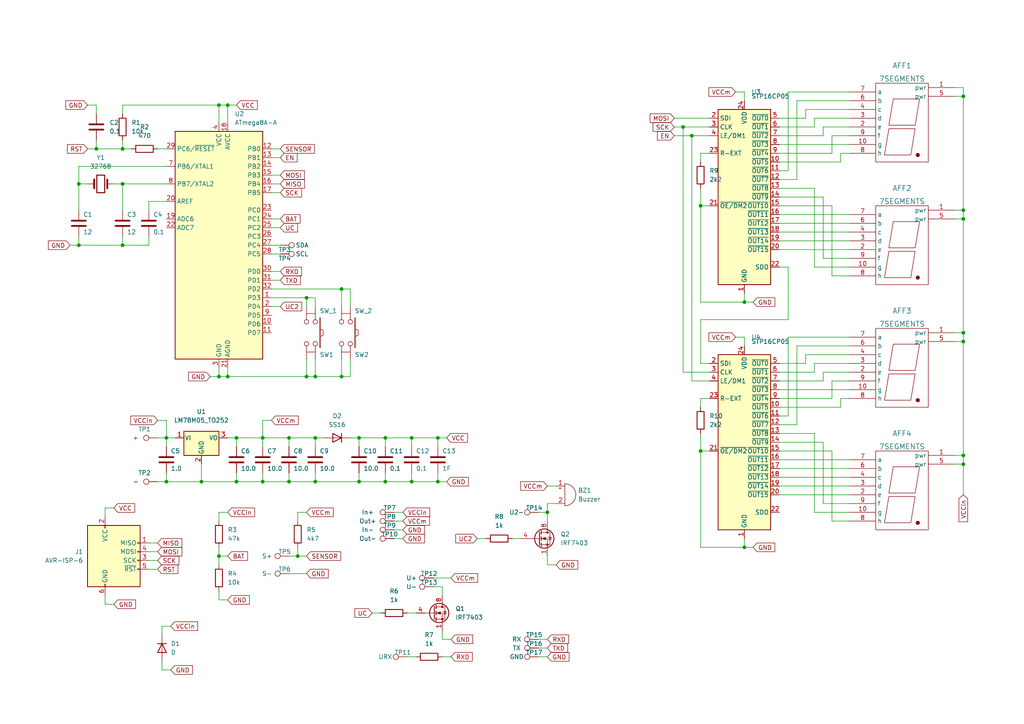
<source format=kicad_sch>
(kicad_sch (version 20211123) (generator eeschema)
  (paper "A4")
  (lib_symbols
    (symbol "Connector:AVR-ISP-6" (pin_names (offset 1.016))
      (property "Reference" "J" (at -6.35 11.43 0))
      (property "Value" "AVR-ISP-6" (at 0 11.43 0))
      (symbol "AVR-ISP-6_0_1"
        (rectangle (start -2.667 -6.858) (end -2.413 -7.62))
        (rectangle (start -2.667 10.16) (end -2.413 9.398))
        (rectangle (start 7.62 -2.413) (end 6.858 -2.667))
        (rectangle (start 7.62 0.127) (end 6.858 -0.127))
        (rectangle (start 7.62 2.667) (end 6.858 2.413))
        (rectangle (start 7.62 5.207) (end 6.858 4.953))
        (rectangle (start 7.62 10.16) (end -7.62 -7.62) (stroke (width 0.254)) (fill (type background)))
      )
      (symbol "AVR-ISP-6_1_1"
        (pin passive line (at 10.16 5.08 180) (length 2.54) (name "MISO") (number "1"))
        (pin passive line (at -2.54 12.7 270) (length 2.54) (name "VCC") (number "2"))
        (pin passive line (at 10.16 0 180) (length 2.54) (name "SCK") (number "3"))
        (pin passive line (at 10.16 2.54 180) (length 2.54) (name "MOSI") (number "4"))
        (pin passive line (at 10.16 -2.54 180) (length 2.54) (name "~{RST}") (number "5"))
        (pin passive line (at -2.54 -10.16 90) (length 2.54) (name "GND") (number "6"))
      )
    )
    (symbol "Connector:TestPoint" (pin_numbers hide) (pin_names (offset 0.762) hide)
      (property "Reference" "TP" (at 0 6.858 0))
      (property "Value" "TestPoint" (at 0 5.08 0))
      (symbol "TestPoint_0_1"
        (circle (center 0 3.302) (radius 0.762))
      )
      (symbol "TestPoint_1_1"
        (pin passive line (at 0 0 90) (length 2.54) (name "1") (number "1"))
      )
    )
    (symbol "Device:Buzzer" (pin_names (offset 0.0254) hide)
      (property "Reference" "BZ" (at 3.81 1.27 0))
      (property "Value" "Buzzer" (at 3.81 -1.27 0))
      (symbol "Buzzer_0_1"
        (arc (start 0 -3.175) (mid 3.175 0) (end 0 3.175))
        (polyline (pts (xy -1.651 1.905) (xy -1.143 1.905)))
        (polyline (pts (xy -1.397 2.159) (xy -1.397 1.651)))
        (polyline (pts (xy 0 3.175) (xy 0 -3.175)))
      )
      (symbol "Buzzer_1_1"
        (pin passive line (at -2.54 2.54 0) (length 2.54) (name "-") (number "1"))
        (pin passive line (at -2.54 -2.54 0) (length 2.54) (name "+") (number "2"))
      )
    )
    (symbol "Device:C" (pin_numbers hide) (pin_names (offset 0.254))
      (property "Reference" "C" (at 0.635 2.54 0))
      (property "Value" "C" (at 0.635 -2.54 0))
      (symbol "C_0_1"
        (polyline (pts (xy -2.032 -0.762) (xy 2.032 -0.762)) (stroke (width 0.508)))
        (polyline (pts (xy -2.032 0.762) (xy 2.032 0.762)) (stroke (width 0.508)))
      )
      (symbol "C_1_1"
        (pin passive line (at 0 3.81 270) (length 2.794) (name "~") (number "1"))
        (pin passive line (at 0 -3.81 90) (length 2.794) (name "~") (number "2"))
      )
    )
    (symbol "Device:Crystal" (pin_numbers hide) (pin_names (offset 1.016) hide)
      (property "Reference" "Y" (at 0 3.81 0))
      (property "Value" "Crystal" (at 0 -3.81 0))
      (symbol "Crystal_0_1"
        (rectangle (start -1.143 2.54) (end 1.143 -2.54) (stroke (width 0.3048)))
        (polyline (pts (xy -2.54 0) (xy -1.905 0)))
        (polyline (pts (xy -1.905 -1.27) (xy -1.905 1.27)) (stroke (width 0.508)))
        (polyline (pts (xy 1.905 -1.27) (xy 1.905 1.27)) (stroke (width 0.508)))
        (polyline (pts (xy 2.54 0) (xy 1.905 0)))
      )
      (symbol "Crystal_1_1"
        (pin passive line (at -3.81 0 0) (length 1.27) (name "1") (number "1"))
        (pin passive line (at 3.81 0 180) (length 1.27) (name "2") (number "2"))
      )
    )
    (symbol "Device:D" (pin_numbers hide) (pin_names (offset 1.016) hide)
      (property "Reference" "D" (at 0 2.54 0))
      (property "Value" "D" (at 0 -2.54 0))
      (symbol "D_0_1"
        (polyline (pts (xy -1.27 1.27) (xy -1.27 -1.27)) (stroke (width 0.254)))
        (polyline (pts (xy 1.27 0) (xy -1.27 0)))
        (polyline (pts (xy 1.27 1.27) (xy 1.27 -1.27) (xy -1.27 0) (xy 1.27 1.27)) (stroke (width 0.254)))
      )
      (symbol "D_1_1"
        (pin passive line (at -3.81 0 0) (length 2.54) (name "K") (number "1"))
        (pin passive line (at 3.81 0 180) (length 2.54) (name "A") (number "2"))
      )
    )
    (symbol "Device:R" (pin_numbers hide) (pin_names (offset 0))
      (property "Reference" "R" (at 2.032 0 90))
      (property "Value" "R" (at 0 0 90))
      (symbol "R_0_1"
        (rectangle (start -1.016 -2.54) (end 1.016 2.54) (stroke (width 0.254)))
      )
      (symbol "R_1_1"
        (pin passive line (at 0 3.81 270) (length 1.27) (name "~") (number "1"))
        (pin passive line (at 0 -3.81 90) (length 1.27) (name "~") (number "2"))
      )
    )
    (symbol "Driver_LED:STP16CP05"
      (property "Reference" "U" (at -7.62 26.67 0))
      (property "Value" "STP16CP05" (at 1.27 26.67 0))
      (symbol "STP16CP05_0_1"
        (rectangle (start -7.62 25.4) (end 7.62 -25.4) (stroke (width 0.254)) (fill (type background)))
      )
      (symbol "STP16CP05_1_1"
        (pin power_in line (at 0 -27.94 90) (length 2.54) (name "GND") (number "1"))
        (pin output line (at 10.16 10.16 180) (length 2.54) (name "~{OUT5}") (number "10"))
        (pin output line (at 10.16 7.62 180) (length 2.54) (name "~{OUT6}") (number "11"))
        (pin output line (at 10.16 5.08 180) (length 2.54) (name "~{OUT7}") (number "12"))
        (pin output line (at 10.16 2.54 180) (length 2.54) (name "~{OUT8}") (number "13"))
        (pin output line (at 10.16 0 180) (length 2.54) (name "~{OUT9}") (number "14"))
        (pin output line (at 10.16 -2.54 180) (length 2.54) (name "~{OUT10}") (number "15"))
        (pin output line (at 10.16 -5.08 180) (length 2.54) (name "~{OUT11}") (number "16"))
        (pin output line (at 10.16 -7.62 180) (length 2.54) (name "~{OUT12}") (number "17"))
        (pin output line (at 10.16 -10.16 180) (length 2.54) (name "~{OUT13}") (number "18"))
        (pin output line (at 10.16 -12.7 180) (length 2.54) (name "~{OUT14}") (number "19"))
        (pin input line (at -10.16 22.86 0) (length 2.54) (name "SDI") (number "2"))
        (pin output line (at 10.16 -15.24 180) (length 2.54) (name "~{OUT15}") (number "20"))
        (pin input line (at -10.16 -2.54 0) (length 2.54) (name "~{OE/DM2}") (number "21"))
        (pin output line (at 10.16 -20.32 180) (length 2.54) (name "SDO") (number "22"))
        (pin passive line (at -10.16 12.7 0) (length 2.54) (name "R-EXT") (number "23"))
        (pin power_in line (at 0 27.94 270) (length 2.54) (name "VDD") (number "24"))
        (pin input line (at -10.16 20.32 0) (length 2.54) (name "CLK") (number "3"))
        (pin input line (at -10.16 17.78 0) (length 2.54) (name "LE/DM1") (number "4"))
        (pin output line (at 10.16 22.86 180) (length 2.54) (name "~{OUT0}") (number "5"))
        (pin output line (at 10.16 20.32 180) (length 2.54) (name "~{OUT1}") (number "6"))
        (pin output line (at 10.16 17.78 180) (length 2.54) (name "~{OUT2}") (number "7"))
        (pin output line (at 10.16 15.24 180) (length 2.54) (name "~{OUT3}") (number "8"))
        (pin output line (at 10.16 12.7 180) (length 2.54) (name "~{OUT4}") (number "9"))
      )
    )
    (symbol "MCU_Microchip_ATmega:ATmega8A-A"
      (property "Reference" "U" (at -12.7 34.29 0))
      (property "Value" "ATmega8A-A" (at 5.08 -34.29 0))
      (symbol "ATmega8A-A_0_1"
        (rectangle (start -12.7 -33.02) (end 12.7 33.02) (stroke (width 0.254)) (fill (type background)))
      )
      (symbol "ATmega8A-A_1_1"
        (pin bidirectional line (at 15.24 -15.24 180) (length 2.54) (name "PD3") (number "1"))
        (pin bidirectional line (at 15.24 -22.86 180) (length 2.54) (name "PD6") (number "10"))
        (pin bidirectional line (at 15.24 -25.4 180) (length 2.54) (name "PD7") (number "11"))
        (pin bidirectional line (at 15.24 27.94 180) (length 2.54) (name "PB0") (number "12"))
        (pin bidirectional line (at 15.24 25.4 180) (length 2.54) (name "PB1") (number "13"))
        (pin bidirectional line (at 15.24 22.86 180) (length 2.54) (name "PB2") (number "14"))
        (pin bidirectional line (at 15.24 20.32 180) (length 2.54) (name "PB3") (number "15"))
        (pin bidirectional line (at 15.24 17.78 180) (length 2.54) (name "PB4") (number "16"))
        (pin bidirectional line (at 15.24 15.24 180) (length 2.54) (name "PB5") (number "17"))
        (pin power_in line (at 2.54 35.56 270) (length 2.54) (name "AVCC") (number "18"))
        (pin input line (at -15.24 7.62 0) (length 2.54) (name "ADC6") (number "19"))
        (pin bidirectional line (at 15.24 -17.78 180) (length 2.54) (name "PD4") (number "2"))
        (pin passive line (at -15.24 12.7 0) (length 2.54) (name "AREF") (number "20"))
        (pin power_in line (at 2.54 -35.56 90) (length 2.54) (name "AGND") (number "21"))
        (pin input line (at -15.24 5.08 0) (length 2.54) (name "ADC7") (number "22"))
        (pin bidirectional line (at 15.24 10.16 180) (length 2.54) (name "PC0") (number "23"))
        (pin bidirectional line (at 15.24 7.62 180) (length 2.54) (name "PC1") (number "24"))
        (pin bidirectional line (at 15.24 5.08 180) (length 2.54) (name "PC2") (number "25"))
        (pin bidirectional line (at 15.24 2.54 180) (length 2.54) (name "PC3") (number "26"))
        (pin bidirectional line (at 15.24 0 180) (length 2.54) (name "PC4") (number "27"))
        (pin bidirectional line (at 15.24 -2.54 180) (length 2.54) (name "PC5") (number "28"))
        (pin bidirectional line (at -15.24 27.94 0) (length 2.54) (name "PC6/~{RESET}") (number "29"))
        (pin power_in line (at 0 -35.56 90) (length 2.54) (name "GND") (number "3"))
        (pin bidirectional line (at 15.24 -7.62 180) (length 2.54) (name "PD0") (number "30"))
        (pin bidirectional line (at 15.24 -10.16 180) (length 2.54) (name "PD1") (number "31"))
        (pin bidirectional line (at 15.24 -12.7 180) (length 2.54) (name "PD2") (number "32"))
        (pin power_in line (at 0 35.56 270) (length 2.54) (name "VCC") (number "4"))
        (pin passive line (at 0 -35.56 90) (length 2.54) hide (name "GND") (number "5"))
        (pin passive line (at 0 35.56 270) (length 2.54) hide (name "VCC") (number "6"))
        (pin bidirectional line (at -15.24 22.86 0) (length 2.54) (name "PB6/XTAL1") (number "7"))
        (pin bidirectional line (at -15.24 17.78 0) (length 2.54) (name "PB7/XTAL2") (number "8"))
        (pin bidirectional line (at 15.24 -20.32 180) (length 2.54) (name "PD5") (number "9"))
      )
    )
    (symbol "Regulator_Linear:LM78M05_TO252" (pin_names (offset 0.254))
      (property "Reference" "U" (at -3.81 3.175 0))
      (property "Value" "LM78M05_TO252" (at 0 3.175 0))
      (symbol "LM78M05_TO252_0_1"
        (rectangle (start -5.08 1.905) (end 5.08 -5.08) (stroke (width 0.254)) (fill (type background)))
      )
      (symbol "LM78M05_TO252_1_1"
        (pin power_in line (at -7.62 0 0) (length 2.54) (name "VI") (number "1"))
        (pin power_in line (at 0 -7.62 90) (length 2.54) (name "GND") (number "2"))
        (pin power_out line (at 7.62 0 180) (length 2.54) (name "VO") (number "3"))
      )
    )
    (symbol "Transistor_FET:IRF7403" (pin_names hide)
      (property "Reference" "Q" (at 5.08 2.54 0))
      (property "Value" "IRF7403" (at 5.08 0 0))
      (symbol "IRF7403_0_1"
        (polyline (pts (xy 0.254 0) (xy -2.54 0)))
        (polyline (pts (xy 0.254 1.905) (xy 0.254 -1.905)) (stroke (width 0.254)))
        (polyline (pts (xy 0.762 -1.27) (xy 0.762 -2.286)) (stroke (width 0.254)))
        (polyline (pts (xy 0.762 0.508) (xy 0.762 -0.508)) (stroke (width 0.254)))
        (polyline (pts (xy 0.762 2.286) (xy 0.762 1.27)) (stroke (width 0.254)))
        (polyline (pts (xy 2.54 2.54) (xy 2.54 1.778)))
        (polyline (pts (xy 2.54 -2.54) (xy 2.54 0) (xy 0.762 0)))
        (polyline (pts (xy 0.762 -1.778) (xy 3.302 -1.778) (xy 3.302 1.778) (xy 0.762 1.778)))
        (polyline (pts (xy 1.016 0) (xy 2.032 0.381) (xy 2.032 -0.381) (xy 1.016 0)) (fill (type outline)))
        (polyline (pts (xy 2.794 0.508) (xy 2.921 0.381) (xy 3.683 0.381) (xy 3.81 0.254)))
        (polyline (pts (xy 3.302 0.381) (xy 2.921 -0.254) (xy 3.683 -0.254) (xy 3.302 0.381)))
        (circle (center 1.651 0) (radius 2.794) (stroke (width 0.254)))
        (circle (center 2.54 -1.778) (radius 0.254) (fill (type outline)))
        (circle (center 2.54 1.778) (radius 0.254) (fill (type outline)))
      )
      (symbol "IRF7403_1_1"
        (pin passive line (at 2.54 -5.08 90) (length 2.54) (name "S") (number "1"))
        (pin passive line (at 2.54 -5.08 90) (length 2.54) hide (name "S") (number "2"))
        (pin passive line (at 2.54 -5.08 90) (length 2.54) hide (name "S") (number "3"))
        (pin input line (at -5.08 0 0) (length 2.54) (name "G") (number "4"))
        (pin passive line (at 2.54 5.08 270) (length 2.54) hide (name "D") (number "5"))
        (pin passive line (at 2.54 5.08 270) (length 2.54) hide (name "D") (number "6"))
        (pin passive line (at 2.54 5.08 270) (length 2.54) hide (name "D") (number "7"))
        (pin passive line (at 2.54 5.08 270) (length 2.54) (name "D") (number "8"))
      )
    )
    (symbol "button:SW_PUSH_1" (pin_numbers hide) (pin_names (offset 1.016) hide)
      (property "Reference" "SW" (at 3.81 2.794 0))
      (property "Value" "SW_PUSH_1" (at 0 -4.572 0))
      (symbol "SW_PUSH_1_0_1"
        (rectangle (start -5.588 0) (end -5.588 -2.54))
        (rectangle (start -4.318 1.27) (end 4.318 1.524))
        (polyline (pts (xy -1.016 1.524) (xy -0.762 2.286) (xy 0.762 2.286) (xy 1.016 1.524)))
        (rectangle (start 5.588 0) (end 5.588 -2.54))
        (pin passive inverted (at -7.62 0 0) (length 5.08) (name "1") (number "1"))
        (pin passive inverted (at -7.62 -2.54 0) (length 5.08) (name "2") (number "2"))
        (pin passive inverted (at 7.62 0 180) (length 5.08) (name "3") (number "3"))
        (pin passive inverted (at 7.62 -2.54 180) (length 5.08) (name "4") (number "4"))
      )
    )
    (symbol "display:7SEGMENTS"
      (property "Reference" "AFF" (at 0 13.97 0))
      (property "Value" "7SEGMENTS" (at 0 -11.43 0))
      (symbol "7SEGMENTS_0_1"
        (rectangle (start -7.62 12.7) (end 7.62 -10.16))
        (polyline (pts (xy -3.81 -0.508) (xy 3.81 -0.508) (xy 2.54 -8.128) (xy -5.08 -8.128) (xy -3.81 -0.508) (xy -3.81 -0.508)))
        (polyline (pts (xy -2.54 8.128) (xy 5.08 8.128) (xy 3.81 0.508) (xy -3.81 0.508) (xy -2.54 8.128) (xy -2.54 8.128)))
        (circle (center 4.572 -8.128) (radius 0.508) (fill (type outline)))
      )
      (symbol "7SEGMENTS_1_1"
        (pin input line (at 15.24 11.43 180) (length 7.62) (name "pwr") (number "1"))
        (pin input line (at -15.24 -5.08 0) (length 7.62) (name "g") (number "10"))
        (pin input line (at -15.24 0 0) (length 7.62) (name "e") (number "2"))
        (pin input line (at -15.24 2.54 0) (length 7.62) (name "d") (number "3"))
        (pin input line (at -15.24 5.08 0) (length 7.62) (name "c") (number "4"))
        (pin input line (at 15.24 8.89 180) (length 7.62) (name "pwr") (number "5"))
        (pin input line (at -15.24 7.62 0) (length 7.62) (name "b") (number "6"))
        (pin input line (at -15.24 10.16 0) (length 7.62) (name "a") (number "7"))
        (pin input line (at -15.24 -7.62 0) (length 7.62) (name "h") (number "8"))
        (pin input line (at -15.24 -2.54 0) (length 7.62) (name "f") (number "9"))
      )
    )
  )
  (junction (at 68.58 127))
  (junction (at 99.06 109.22))
  (junction (at 279.4 60.96))
  (junction (at 68.58 139.7))
  (junction (at 279.4 27.94))
  (junction (at 63.5 109.22))
  (junction (at 63.5 161.29))
  (junction (at 279.4 132.08))
  (junction (at 127 127))
  (junction (at 99.06 83.82))
  (junction (at 200.66 39.37))
  (junction (at 58.42 139.7))
  (junction (at 76.2 127))
  (junction (at 86.36 161.29))
  (junction (at 203.2 59.69))
  (junction (at 198.12 36.83))
  (junction (at 111.76 127))
  (junction (at 88.9 109.22))
  (junction (at 66.04 30.48))
  (junction (at 27.94 43.18))
  (junction (at 35.56 71.12))
  (junction (at 88.9 86.36))
  (junction (at 91.44 109.22))
  (junction (at 127 139.7))
  (junction (at 215.9 158.75))
  (junction (at 66.04 109.22))
  (junction (at 63.5 30.48))
  (junction (at 91.44 127))
  (junction (at 279.4 134.62))
  (junction (at 104.14 127))
  (junction (at 48.26 139.7))
  (junction (at 35.56 43.18))
  (junction (at 22.86 53.34))
  (junction (at 91.44 139.7))
  (junction (at 104.14 139.7))
  (junction (at 215.9 87.63))
  (junction (at 119.38 127))
  (junction (at 203.2 130.81))
  (junction (at 279.4 63.5))
  (junction (at 83.82 127))
  (junction (at 76.2 139.7))
  (junction (at 119.38 139.7))
  (junction (at 158.75 148.59))
  (junction (at 35.56 53.34))
  (junction (at 279.4 96.52))
  (junction (at 279.4 99.06))
  (junction (at 83.82 139.7))
  (junction (at 48.26 127))
  (junction (at 22.86 71.12))
  (junction (at 111.76 139.7))
  (wire (pts (xy 279.4 63.5) (xy 279.4 96.52)))
  (wire (pts (xy 107.95 177.8) (xy 110.49 177.8)))
  (wire (pts (xy 236.22 36.83) (xy 236.22 34.29)))
  (wire (pts (xy 35.56 40.64) (xy 35.56 43.18)))
  (wire (pts (xy 226.06 57.15) (xy 238.76 57.15)))
  (wire (pts (xy 156.21 190.5) (xy 158.75 190.5)))
  (wire (pts (xy 226.06 62.23) (xy 246.38 62.23)))
  (wire (pts (xy 27.94 30.48) (xy 25.4 30.48)))
  (wire (pts (xy 48.26 48.26) (xy 22.86 48.26)))
  (wire (pts (xy 158.75 148.59) (xy 156.21 148.59)))
  (wire (pts (xy 276.86 134.62) (xy 279.4 134.62)))
  (wire (pts (xy 276.86 99.06) (xy 279.4 99.06)))
  (wire (pts (xy 101.6 104.14) (xy 101.6 109.22)))
  (wire (pts (xy 226.06 52.07) (xy 231.14 52.07)))
  (wire (pts (xy 203.2 130.81) (xy 203.2 158.75)))
  (wire (pts (xy 35.56 30.48) (xy 63.5 30.48)))
  (wire (pts (xy 114.3 148.59) (xy 116.84 148.59)))
  (wire (pts (xy 127 127) (xy 127 129.54)))
  (wire (pts (xy 91.44 127) (xy 91.44 129.54)))
  (wire (pts (xy 30.48 172.72) (xy 30.48 175.26)))
  (wire (pts (xy 243.84 46.99) (xy 243.84 44.45)))
  (wire (pts (xy 246.38 148.59) (xy 236.22 148.59)))
  (wire (pts (xy 78.74 73.66) (xy 81.28 73.66)))
  (wire (pts (xy 236.22 54.61) (xy 236.22 77.47)))
  (wire (pts (xy 111.76 127) (xy 119.38 127)))
  (wire (pts (xy 76.2 121.92) (xy 76.2 127)))
  (wire (pts (xy 276.86 60.96) (xy 279.4 60.96)))
  (wire (pts (xy 83.82 127) (xy 83.82 129.54)))
  (wire (pts (xy 231.14 123.19) (xy 231.14 100.33)))
  (wire (pts (xy 35.56 43.18) (xy 27.94 43.18)))
  (wire (pts (xy 48.26 58.42) (xy 43.18 58.42)))
  (wire (pts (xy 228.6 120.65) (xy 228.6 97.79)))
  (wire (pts (xy 158.75 163.83) (xy 158.75 161.29)))
  (wire (pts (xy 127 127) (xy 129.54 127)))
  (wire (pts (xy 45.72 139.7) (xy 48.26 139.7)))
  (wire (pts (xy 226.06 140.97) (xy 246.38 140.97)))
  (wire (pts (xy 45.72 121.92) (xy 48.26 121.92)))
  (wire (pts (xy 226.06 143.51) (xy 246.38 143.51)))
  (wire (pts (xy 231.14 52.07) (xy 231.14 29.21)))
  (wire (pts (xy 78.74 71.12) (xy 81.28 71.12)))
  (wire (pts (xy 104.14 137.16) (xy 104.14 139.7)))
  (wire (pts (xy 78.74 78.74) (xy 81.28 78.74)))
  (wire (pts (xy 215.9 26.67) (xy 215.9 29.21)))
  (wire (pts (xy 238.76 39.37) (xy 238.76 36.83)))
  (wire (pts (xy 46.99 181.61) (xy 46.99 184.15)))
  (wire (pts (xy 88.9 86.36) (xy 88.9 88.9)))
  (wire (pts (xy 226.06 115.57) (xy 241.3 115.57)))
  (wire (pts (xy 78.74 66.04) (xy 81.28 66.04)))
  (wire (pts (xy 236.22 34.29) (xy 246.38 34.29)))
  (wire (pts (xy 215.9 97.79) (xy 215.9 100.33)))
  (wire (pts (xy 66.04 173.99) (xy 63.5 173.99)))
  (wire (pts (xy 68.58 127) (xy 76.2 127)))
  (wire (pts (xy 63.5 161.29) (xy 66.04 161.29)))
  (wire (pts (xy 226.06 41.91) (xy 246.38 41.91)))
  (wire (pts (xy 78.74 121.92) (xy 76.2 121.92)))
  (wire (pts (xy 63.5 106.68) (xy 63.5 109.22)))
  (wire (pts (xy 226.06 54.61) (xy 236.22 54.61)))
  (wire (pts (xy 27.94 33.02) (xy 27.94 30.48)))
  (wire (pts (xy 48.26 121.92) (xy 48.26 127)))
  (wire (pts (xy 76.2 137.16) (xy 76.2 139.7)))
  (wire (pts (xy 66.04 30.48) (xy 66.04 35.56)))
  (wire (pts (xy 279.4 27.94) (xy 279.4 60.96)))
  (wire (pts (xy 91.44 109.22) (xy 88.9 109.22)))
  (wire (pts (xy 78.74 83.82) (xy 99.06 83.82)))
  (wire (pts (xy 111.76 137.16) (xy 111.76 139.7)))
  (wire (pts (xy 128.27 172.72) (xy 128.27 170.18)))
  (wire (pts (xy 20.32 71.12) (xy 22.86 71.12)))
  (wire (pts (xy 86.36 161.29) (xy 88.9 161.29)))
  (wire (pts (xy 30.48 175.26) (xy 33.02 175.26)))
  (wire (pts (xy 226.06 64.77) (xy 246.38 64.77)))
  (wire (pts (xy 128.27 170.18) (xy 125.73 170.18)))
  (wire (pts (xy 86.36 161.29) (xy 83.82 161.29)))
  (wire (pts (xy 66.04 30.48) (xy 68.58 30.48)))
  (wire (pts (xy 76.2 139.7) (xy 83.82 139.7)))
  (wire (pts (xy 49.53 181.61) (xy 46.99 181.61)))
  (wire (pts (xy 241.3 39.37) (xy 246.38 39.37)))
  (wire (pts (xy 276.86 63.5) (xy 279.4 63.5)))
  (wire (pts (xy 203.2 105.41) (xy 205.74 105.41)))
  (wire (pts (xy 226.06 130.81) (xy 241.3 130.81)))
  (wire (pts (xy 215.9 158.75) (xy 203.2 158.75)))
  (wire (pts (xy 78.74 45.72) (xy 81.28 45.72)))
  (wire (pts (xy 22.86 60.96) (xy 22.86 53.34)))
  (wire (pts (xy 83.82 127) (xy 91.44 127)))
  (wire (pts (xy 43.18 58.42) (xy 43.18 60.96)))
  (wire (pts (xy 118.11 190.5) (xy 120.65 190.5)))
  (wire (pts (xy 78.74 88.9) (xy 81.28 88.9)))
  (wire (pts (xy 43.18 165.1) (xy 45.72 165.1)))
  (wire (pts (xy 111.76 139.7) (xy 119.38 139.7)))
  (wire (pts (xy 226.06 77.47) (xy 228.6 77.47)))
  (wire (pts (xy 215.9 158.75) (xy 218.44 158.75)))
  (wire (pts (xy 104.14 139.7) (xy 111.76 139.7)))
  (wire (pts (xy 200.66 39.37) (xy 200.66 110.49)))
  (wire (pts (xy 127 139.7) (xy 127 137.16)))
  (wire (pts (xy 99.06 109.22) (xy 91.44 109.22)))
  (wire (pts (xy 276.86 96.52) (xy 279.4 96.52)))
  (wire (pts (xy 226.06 105.41) (xy 233.68 105.41)))
  (wire (pts (xy 66.04 127) (xy 68.58 127)))
  (wire (pts (xy 101.6 127) (xy 104.14 127)))
  (wire (pts (xy 215.9 87.63) (xy 203.2 87.63)))
  (wire (pts (xy 66.04 109.22) (xy 66.04 106.68)))
  (wire (pts (xy 195.58 39.37) (xy 200.66 39.37)))
  (wire (pts (xy 226.06 39.37) (xy 238.76 39.37)))
  (wire (pts (xy 63.5 151.13) (xy 63.5 148.59)))
  (wire (pts (xy 158.75 146.05) (xy 158.75 148.59)))
  (wire (pts (xy 213.36 97.79) (xy 215.9 97.79)))
  (wire (pts (xy 231.14 100.33) (xy 246.38 100.33)))
  (wire (pts (xy 226.06 59.69) (xy 241.3 59.69)))
  (wire (pts (xy 78.74 43.18) (xy 81.28 43.18)))
  (wire (pts (xy 236.22 125.73) (xy 226.06 125.73)))
  (wire (pts (xy 200.66 110.49) (xy 205.74 110.49)))
  (wire (pts (xy 161.29 163.83) (xy 158.75 163.83)))
  (wire (pts (xy 78.74 81.28) (xy 81.28 81.28)))
  (wire (pts (xy 88.9 148.59) (xy 86.36 148.59)))
  (wire (pts (xy 238.76 36.83) (xy 246.38 36.83)))
  (wire (pts (xy 158.75 140.97) (xy 161.29 140.97)))
  (wire (pts (xy 241.3 115.57) (xy 241.3 110.49)))
  (wire (pts (xy 86.36 148.59) (xy 86.36 151.13)))
  (wire (pts (xy 76.2 127) (xy 83.82 127)))
  (wire (pts (xy 156.21 185.42) (xy 158.75 185.42)))
  (wire (pts (xy 238.76 107.95) (xy 246.38 107.95)))
  (wire (pts (xy 279.4 96.52) (xy 279.4 99.06)))
  (wire (pts (xy 45.72 127) (xy 48.26 127)))
  (wire (pts (xy 203.2 92.71) (xy 203.2 105.41)))
  (wire (pts (xy 35.56 53.34) (xy 48.26 53.34)))
  (wire (pts (xy 83.82 139.7) (xy 91.44 139.7)))
  (wire (pts (xy 104.14 127) (xy 111.76 127)))
  (wire (pts (xy 226.06 118.11) (xy 243.84 118.11)))
  (wire (pts (xy 226.06 110.49) (xy 238.76 110.49)))
  (wire (pts (xy 48.26 139.7) (xy 58.42 139.7)))
  (wire (pts (xy 241.3 80.01) (xy 246.38 80.01)))
  (wire (pts (xy 101.6 109.22) (xy 99.06 109.22)))
  (wire (pts (xy 233.68 105.41) (xy 233.68 102.87)))
  (wire (pts (xy 215.9 87.63) (xy 218.44 87.63)))
  (wire (pts (xy 48.26 137.16) (xy 48.26 139.7)))
  (wire (pts (xy 86.36 158.75) (xy 86.36 161.29)))
  (wire (pts (xy 148.59 156.21) (xy 151.13 156.21)))
  (wire (pts (xy 231.14 29.21) (xy 246.38 29.21)))
  (wire (pts (xy 233.68 34.29) (xy 233.68 31.75)))
  (wire (pts (xy 35.56 68.58) (xy 35.56 71.12)))
  (wire (pts (xy 241.3 151.13) (xy 246.38 151.13)))
  (wire (pts (xy 238.76 110.49) (xy 238.76 107.95)))
  (wire (pts (xy 215.9 156.21) (xy 215.9 158.75)))
  (wire (pts (xy 203.2 59.69) (xy 203.2 87.63)))
  (wire (pts (xy 78.74 50.8) (xy 81.28 50.8)))
  (wire (pts (xy 22.86 71.12) (xy 22.86 68.58)))
  (wire (pts (xy 128.27 185.42) (xy 128.27 182.88)))
  (wire (pts (xy 66.04 109.22) (xy 88.9 109.22)))
  (wire (pts (xy 226.06 123.19) (xy 231.14 123.19)))
  (wire (pts (xy 78.74 63.5) (xy 81.28 63.5)))
  (wire (pts (xy 243.84 115.57) (xy 246.38 115.57)))
  (wire (pts (xy 35.56 71.12) (xy 22.86 71.12)))
  (wire (pts (xy 30.48 149.86) (xy 30.48 147.32)))
  (wire (pts (xy 226.06 128.27) (xy 238.76 128.27)))
  (wire (pts (xy 215.9 85.09) (xy 215.9 87.63)))
  (wire (pts (xy 119.38 137.16) (xy 119.38 139.7)))
  (wire (pts (xy 68.58 139.7) (xy 76.2 139.7)))
  (wire (pts (xy 83.82 137.16) (xy 83.82 139.7)))
  (wire (pts (xy 236.22 77.47) (xy 246.38 77.47)))
  (wire (pts (xy 276.86 132.08) (xy 279.4 132.08)))
  (wire (pts (xy 58.42 134.62) (xy 58.42 139.7)))
  (wire (pts (xy 38.1 43.18) (xy 35.56 43.18)))
  (wire (pts (xy 63.5 109.22) (xy 66.04 109.22)))
  (wire (pts (xy 104.14 127) (xy 104.14 129.54)))
  (wire (pts (xy 241.3 130.81) (xy 241.3 151.13)))
  (wire (pts (xy 78.74 86.36) (xy 88.9 86.36)))
  (wire (pts (xy 48.26 127) (xy 50.8 127)))
  (wire (pts (xy 60.96 109.22) (xy 63.5 109.22)))
  (wire (pts (xy 76.2 127) (xy 76.2 129.54)))
  (wire (pts (xy 203.2 44.45) (xy 203.2 46.99)))
  (wire (pts (xy 91.44 104.14) (xy 91.44 109.22)))
  (wire (pts (xy 241.3 44.45) (xy 241.3 39.37)))
  (wire (pts (xy 30.48 147.32) (xy 33.02 147.32)))
  (wire (pts (xy 138.43 156.21) (xy 140.97 156.21)))
  (wire (pts (xy 22.86 53.34) (xy 25.4 53.34)))
  (wire (pts (xy 114.3 153.67) (xy 116.84 153.67)))
  (wire (pts (xy 228.6 77.47) (xy 228.6 92.71)))
  (wire (pts (xy 205.74 44.45) (xy 203.2 44.45)))
  (wire (pts (xy 114.3 156.21) (xy 116.84 156.21)))
  (wire (pts (xy 88.9 104.14) (xy 88.9 109.22)))
  (wire (pts (xy 279.4 25.4) (xy 279.4 27.94)))
  (wire (pts (xy 91.44 88.9) (xy 91.44 86.36)))
  (wire (pts (xy 43.18 160.02) (xy 45.72 160.02)))
  (wire (pts (xy 161.29 146.05) (xy 158.75 146.05)))
  (wire (pts (xy 68.58 127) (xy 68.58 129.54)))
  (wire (pts (xy 45.72 43.18) (xy 48.26 43.18)))
  (wire (pts (xy 233.68 102.87) (xy 246.38 102.87)))
  (wire (pts (xy 238.76 128.27) (xy 238.76 146.05)))
  (wire (pts (xy 276.86 25.4) (xy 279.4 25.4)))
  (wire (pts (xy 205.74 39.37) (xy 200.66 39.37)))
  (wire (pts (xy 236.22 105.41) (xy 246.38 105.41)))
  (wire (pts (xy 241.3 59.69) (xy 241.3 80.01)))
  (wire (pts (xy 68.58 137.16) (xy 68.58 139.7)))
  (wire (pts (xy 279.4 99.06) (xy 279.4 132.08)))
  (wire (pts (xy 91.44 86.36) (xy 88.9 86.36)))
  (wire (pts (xy 226.06 120.65) (xy 228.6 120.65)))
  (wire (pts (xy 158.75 151.13) (xy 158.75 148.59)))
  (wire (pts (xy 91.44 137.16) (xy 91.44 139.7)))
  (wire (pts (xy 101.6 88.9) (xy 101.6 83.82)))
  (wire (pts (xy 226.06 44.45) (xy 241.3 44.45)))
  (wire (pts (xy 46.99 194.31) (xy 46.99 191.77)))
  (wire (pts (xy 279.4 132.08) (xy 279.4 134.62)))
  (wire (pts (xy 43.18 157.48) (xy 45.72 157.48)))
  (wire (pts (xy 99.06 104.14) (xy 99.06 109.22)))
  (wire (pts (xy 119.38 139.7) (xy 127 139.7)))
  (wire (pts (xy 63.5 148.59) (xy 66.04 148.59)))
  (wire (pts (xy 91.44 127) (xy 93.98 127)))
  (wire (pts (xy 63.5 173.99) (xy 63.5 171.45)))
  (wire (pts (xy 241.3 110.49) (xy 246.38 110.49)))
  (wire (pts (xy 78.74 55.88) (xy 81.28 55.88)))
  (wire (pts (xy 63.5 30.48) (xy 63.5 35.56)))
  (wire (pts (xy 279.4 60.96) (xy 279.4 63.5)))
  (wire (pts (xy 198.12 107.95) (xy 205.74 107.95)))
  (wire (pts (xy 226.06 113.03) (xy 246.38 113.03)))
  (wire (pts (xy 203.2 118.11) (xy 203.2 115.57)))
  (wire (pts (xy 48.26 127) (xy 48.26 129.54)))
  (wire (pts (xy 226.06 72.39) (xy 246.38 72.39)))
  (wire (pts (xy 203.2 54.61) (xy 203.2 59.69)))
  (wire (pts (xy 226.06 46.99) (xy 243.84 46.99)))
  (wire (pts (xy 130.81 185.42) (xy 128.27 185.42)))
  (wire (pts (xy 238.76 57.15) (xy 238.76 74.93)))
  (wire (pts (xy 243.84 118.11) (xy 243.84 115.57)))
  (wire (pts (xy 226.06 135.89) (xy 246.38 135.89)))
  (wire (pts (xy 63.5 161.29) (xy 63.5 163.83)))
  (wire (pts (xy 238.76 74.93) (xy 246.38 74.93)))
  (wire (pts (xy 195.58 34.29) (xy 205.74 34.29)))
  (wire (pts (xy 228.6 97.79) (xy 246.38 97.79)))
  (wire (pts (xy 236.22 107.95) (xy 236.22 105.41)))
  (wire (pts (xy 226.06 69.85) (xy 246.38 69.85)))
  (wire (pts (xy 195.58 36.83) (xy 198.12 36.83)))
  (wire (pts (xy 49.53 194.31) (xy 46.99 194.31)))
  (wire (pts (xy 226.06 49.53) (xy 228.6 49.53)))
  (wire (pts (xy 226.06 36.83) (xy 236.22 36.83)))
  (wire (pts (xy 243.84 44.45) (xy 246.38 44.45)))
  (wire (pts (xy 43.18 71.12) (xy 35.56 71.12)))
  (wire (pts (xy 226.06 34.29) (xy 233.68 34.29)))
  (wire (pts (xy 228.6 49.53) (xy 228.6 26.67)))
  (wire (pts (xy 233.68 31.75) (xy 246.38 31.75)))
  (wire (pts (xy 238.76 146.05) (xy 246.38 146.05)))
  (wire (pts (xy 128.27 190.5) (xy 130.81 190.5)))
  (wire (pts (xy 25.4 43.18) (xy 27.94 43.18)))
  (wire (pts (xy 279.4 134.62) (xy 279.4 143.51)))
  (wire (pts (xy 226.06 133.35) (xy 246.38 133.35)))
  (wire (pts (xy 226.06 138.43) (xy 246.38 138.43)))
  (wire (pts (xy 99.06 83.82) (xy 99.06 88.9)))
  (wire (pts (xy 228.6 92.71) (xy 203.2 92.71)))
  (wire (pts (xy 35.56 53.34) (xy 35.56 60.96)))
  (wire (pts (xy 198.12 36.83) (xy 198.12 107.95)))
  (wire (pts (xy 63.5 158.75) (xy 63.5 161.29)))
  (wire (pts (xy 213.36 26.67) (xy 215.9 26.67)))
  (wire (pts (xy 226.06 67.31) (xy 246.38 67.31)))
  (wire (pts (xy 226.06 107.95) (xy 236.22 107.95)))
  (wire (pts (xy 78.74 53.34) (xy 81.28 53.34)))
  (wire (pts (xy 27.94 43.18) (xy 27.94 40.64)))
  (wire (pts (xy 203.2 125.73) (xy 203.2 130.81)))
  (wire (pts (xy 125.73 167.64) (xy 130.81 167.64)))
  (wire (pts (xy 156.21 187.96) (xy 158.75 187.96)))
  (wire (pts (xy 83.82 166.37) (xy 88.9 166.37)))
  (wire (pts (xy 276.86 27.94) (xy 279.4 27.94)))
  (wire (pts (xy 228.6 26.67) (xy 246.38 26.67)))
  (wire (pts (xy 35.56 33.02) (xy 35.56 30.48)))
  (wire (pts (xy 22.86 48.26) (xy 22.86 53.34)))
  (wire (pts (xy 43.18 162.56) (xy 45.72 162.56)))
  (wire (pts (xy 127 139.7) (xy 129.54 139.7)))
  (wire (pts (xy 205.74 130.81) (xy 203.2 130.81)))
  (wire (pts (xy 63.5 30.48) (xy 66.04 30.48)))
  (wire (pts (xy 114.3 151.13) (xy 116.84 151.13)))
  (wire (pts (xy 43.18 68.58) (xy 43.18 71.12)))
  (wire (pts (xy 119.38 127) (xy 127 127)))
  (wire (pts (xy 33.02 53.34) (xy 35.56 53.34)))
  (wire (pts (xy 111.76 129.54) (xy 111.76 127)))
  (wire (pts (xy 101.6 83.82) (xy 99.06 83.82)))
  (wire (pts (xy 205.74 36.83) (xy 198.12 36.83)))
  (wire (pts (xy 236.22 148.59) (xy 236.22 125.73)))
  (wire (pts (xy 205.74 59.69) (xy 203.2 59.69)))
  (wire (pts (xy 119.38 127) (xy 119.38 129.54)))
  (wire (pts (xy 91.44 139.7) (xy 104.14 139.7)))
  (wire (pts (xy 58.42 139.7) (xy 68.58 139.7)))
  (wire (pts (xy 203.2 115.57) (xy 205.74 115.57)))
  (wire (pts (xy 118.11 177.8) (xy 120.65 177.8)))
  (global_label "MISO" (shape input) (at 81.28 53.34 0) (property "Intersheet References" "${INTERSHEET_REFS}" (effects hide)))
  (global_label "RXD" (shape input) (at 158.75 185.42 0) (property "Intersheet References" "${INTERSHEET_REFS}" (effects hide)))
  (global_label "GND" (shape input) (at 66.04 173.99 0) (property "Intersheet References" "${INTERSHEET_REFS}" (effects hide)))
  (global_label "GND" (shape input) (at 130.81 185.42 0) (property "Intersheet References" "${INTERSHEET_REFS}" (effects hide)))
  (global_label "GND" (shape input) (at 158.75 190.5 0) (property "Intersheet References" "${INTERSHEET_REFS}" (effects hide)))
  (global_label "TXD" (shape input) (at 158.75 187.96 0) (property "Intersheet References" "${INTERSHEET_REFS}" (effects hide)))
  (global_label "RXD" (shape input) (at 130.81 190.5 0) (property "Intersheet References" "${INTERSHEET_REFS}" (effects hide)))
  (global_label "VCCm" (shape input) (at 78.74 121.92 0) (property "Intersheet References" "${INTERSHEET_REFS}" (effects hide)))
  (global_label "VCCm" (shape input) (at 130.81 167.64 0) (property "Intersheet References" "${INTERSHEET_REFS}" (effects hide)))
  (global_label "RST" (shape input) (at 25.4 43.18 180) (property "Intersheet References" "${INTERSHEET_REFS}" (effects hide)))
  (global_label "GND" (shape input) (at 129.54 139.7 0) (property "Intersheet References" "${INTERSHEET_REFS}" (effects hide)))
  (global_label "VCCm" (shape input) (at 88.9 148.59 0) (property "Intersheet References" "${INTERSHEET_REFS}" (effects hide)))
  (global_label "SENSOR" (shape input) (at 88.9 161.29 0) (property "Intersheet References" "${INTERSHEET_REFS}" (effects hide)))
  (global_label "GND" (shape input) (at 116.84 153.67 0) (property "Intersheet References" "${INTERSHEET_REFS}" (effects hide)))
  (global_label "VCCin" (shape input) (at 279.4 143.51 270) (property "Intersheet References" "${INTERSHEET_REFS}" (effects hide)))
  (global_label "UC2" (shape input) (at 138.43 156.21 180) (property "Intersheet References" "${INTERSHEET_REFS}" (effects hide)))
  (global_label "VCC" (shape input) (at 129.54 127 0) (property "Intersheet References" "${INTERSHEET_REFS}" (effects hide)))
  (global_label "SCK" (shape input) (at 81.28 55.88 0) (property "Intersheet References" "${INTERSHEET_REFS}" (effects hide)))
  (global_label "TXD" (shape input) (at 81.28 81.28 0) (property "Intersheet References" "${INTERSHEET_REFS}" (effects hide)))
  (global_label "RXD" (shape input) (at 81.28 78.74 0) (property "Intersheet References" "${INTERSHEET_REFS}" (effects hide)))
  (global_label "GND" (shape input) (at 20.32 71.12 180) (property "Intersheet References" "${INTERSHEET_REFS}" (effects hide)))
  (global_label "BAT" (shape input) (at 81.28 63.5 0) (property "Intersheet References" "${INTERSHEET_REFS}" (effects hide)))
  (global_label "EN" (shape input) (at 81.28 45.72 0) (property "Intersheet References" "${INTERSHEET_REFS}" (effects hide)))
  (global_label "UC" (shape input) (at 107.95 177.8 180) (property "Intersheet References" "${INTERSHEET_REFS}" (effects hide)))
  (global_label "VCCm" (shape input) (at 213.36 26.67 180) (property "Intersheet References" "${INTERSHEET_REFS}" (effects hide)))
  (global_label "VCCm" (shape input) (at 116.84 151.13 0) (property "Intersheet References" "${INTERSHEET_REFS}" (effects hide)))
  (global_label "GND" (shape input) (at 88.9 166.37 0) (property "Intersheet References" "${INTERSHEET_REFS}" (effects hide)))
  (global_label "VCC" (shape input) (at 68.58 30.48 0) (property "Intersheet References" "${INTERSHEET_REFS}" (effects hide)))
  (global_label "EN" (shape input) (at 195.58 39.37 180) (property "Intersheet References" "${INTERSHEET_REFS}" (effects hide)))
  (global_label "GND" (shape input) (at 218.44 158.75 0) (property "Intersheet References" "${INTERSHEET_REFS}" (effects hide)))
  (global_label "UC2" (shape input) (at 81.28 88.9 0) (property "Intersheet References" "${INTERSHEET_REFS}" (effects hide)))
  (global_label "MOSI" (shape input) (at 45.72 160.02 0) (property "Intersheet References" "${INTERSHEET_REFS}" (effects hide)))
  (global_label "VCCin" (shape input) (at 45.72 121.92 180) (property "Intersheet References" "${INTERSHEET_REFS}" (effects hide)))
  (global_label "MISO" (shape input) (at 45.72 157.48 0) (property "Intersheet References" "${INTERSHEET_REFS}" (effects hide)))
  (global_label "UC" (shape input) (at 81.28 66.04 0) (property "Intersheet References" "${INTERSHEET_REFS}" (effects hide)))
  (global_label "VCCin" (shape input) (at 49.53 181.61 0) (property "Intersheet References" "${INTERSHEET_REFS}" (effects hide)))
  (global_label "VCCin" (shape input) (at 66.04 148.59 0) (property "Intersheet References" "${INTERSHEET_REFS}" (effects hide)))
  (global_label "VCCm" (shape input) (at 213.36 97.79 180) (property "Intersheet References" "${INTERSHEET_REFS}" (effects hide)))
  (global_label "GND" (shape input) (at 218.44 87.63 0) (property "Intersheet References" "${INTERSHEET_REFS}" (effects hide)))
  (global_label "VCCm" (shape input) (at 158.75 140.97 180) (property "Intersheet References" "${INTERSHEET_REFS}" (effects hide)))
  (global_label "GND" (shape input) (at 60.96 109.22 180) (property "Intersheet References" "${INTERSHEET_REFS}" (effects hide)))
  (global_label "SCK" (shape input) (at 195.58 36.83 180) (property "Intersheet References" "${INTERSHEET_REFS}" (effects hide)))
  (global_label "GND" (shape input) (at 116.84 156.21 0) (property "Intersheet References" "${INTERSHEET_REFS}" (effects hide)))
  (global_label "GND" (shape input) (at 33.02 175.26 0) (property "Intersheet References" "${INTERSHEET_REFS}" (effects hide)))
  (global_label "GND" (shape input) (at 49.53 194.31 0) (property "Intersheet References" "${INTERSHEET_REFS}" (effects hide)))
  (global_label "GND" (shape input) (at 25.4 30.48 180) (property "Intersheet References" "${INTERSHEET_REFS}" (effects hide)))
  (global_label "VCC" (shape input) (at 33.02 147.32 0) (property "Intersheet References" "${INTERSHEET_REFS}" (effects hide)))
  (global_label "BAT" (shape input) (at 66.04 161.29 0) (property "Intersheet References" "${INTERSHEET_REFS}" (effects hide)))
  (global_label "SCK" (shape input) (at 45.72 162.56 0) (property "Intersheet References" "${INTERSHEET_REFS}" (effects hide)))
  (global_label "GND" (shape input) (at 161.29 163.83 0) (property "Intersheet References" "${INTERSHEET_REFS}" (effects hide)))
  (global_label "MOSI" (shape input) (at 81.28 50.8 0) (property "Intersheet References" "${INTERSHEET_REFS}" (effects hide)))
  (global_label "VCCin" (shape input) (at 116.84 148.59 0) (property "Intersheet References" "${INTERSHEET_REFS}" (effects hide)))
  (global_label "SENSOR" (shape input) (at 81.28 43.18 0) (property "Intersheet References" "${INTERSHEET_REFS}" (effects hide)))
  (global_label "RST" (shape input) (at 45.72 165.1 0) (property "Intersheet References" "${INTERSHEET_REFS}" (effects hide)))
  (global_label "MOSI" (shape input) (at 195.58 34.29 180) (property "Intersheet References" "${INTERSHEET_REFS}" (effects hide)))
  (symbol (lib_id "Connector:TestPoint") (at 156.21 148.59 90) (unit 1)
    (property "Reference" "TP14" (at 154.94 147.32 90))
    (property "Value" "U2-" (at 149.86 148.59 90))
    (property "Footprint" "TestPoint:TestPoint_Pad_4.0x4.0mm" (effects hide))
  )
  (symbol (lib_id "display:7SEGMENTS") (at 261.62 36.83 0) (unit 1)
    (property "Reference" "AFF1" (at 261.62 19.05 0) (effects (font (size 1.524 1.524))))
    (property "Value" "7SEGMENTS" (at 261.62 22.86 0) (effects (font (size 1.524 1.524))))
    (property "Footprint" "display:AFF_S2306" (effects hide))
  )
  (symbol (lib_id "Device:C") (at 48.26 133.35 0) (unit 1)
    (property "Reference" "C5" (at 49.53 130.81 0) (effects (justify left)))
    (property "Value" "1.0" (at 49.53 135.89 0) (effects (justify left)))
    (property "Footprint" "Capacitor_SMD:C_0805_2012Metric" (effects hide))
  )
  (symbol (lib_id "Connector:AVR-ISP-6") (at 33.02 162.56 0) (unit 1)
    (property "Reference" "J1" (at 24.13 160.0199 0) (effects (justify right)))
    (property "Value" "AVR-ISP-6" (at 24.13 162.5599 0) (effects (justify right)))
    (property "Footprint" "Connector_IDC:IDC-Header_2x03_P2.54mm_Vertical" (effects hide))
    (property "Datasheet" " ~" (effects hide))
  )
  (symbol (lib_id "Device:C") (at 35.56 64.77 0) (unit 1)
    (property "Reference" "C3" (at 36.83 62.23 0) (effects (justify left)))
    (property "Value" "12" (at 36.83 67.31 0) (effects (justify left)))
    (property "Footprint" "Capacitor_SMD:C_0805_2012Metric" (effects hide))
  )
  (symbol (lib_id "Device:D") (at 97.79 127 180) (unit 1)
    (property "Reference" "D2" (at 97.79 120.65 0))
    (property "Value" "SS16" (at 97.79 123.19 0))
    (property "Footprint" "Diode_SMD:D_SMA_Handsoldering" (effects hide))
  )
  (symbol (lib_id "Connector:TestPoint") (at 156.21 190.5 90) (unit 1)
    (property "Reference" "TP17" (at 154.94 189.23 90))
    (property "Value" "GND" (at 149.86 190.5 90))
    (property "Footprint" "TestPoint:TestPoint_Pad_4.0x4.0mm" (effects hide))
  )
  (symbol (lib_id "Device:C") (at 111.76 133.35 0) (unit 1)
    (property "Reference" "C11" (at 113.03 130.81 0) (effects (justify left)))
    (property "Value" "0.1" (at 113.03 135.89 0) (effects (justify left)))
    (property "Footprint" "Capacitor_SMD:C_0805_2012Metric" (effects hide))
  )
  (symbol (lib_id "Connector:TestPoint") (at 83.82 166.37 90) (unit 1)
    (property "Reference" "TP6" (at 82.55 165.1 90))
    (property "Value" "S-" (at 77.47 166.37 90))
    (property "Footprint" "TestPoint:TestPoint_Pad_4.0x4.0mm" (effects hide))
  )
  (symbol (lib_id "button:SW_PUSH_1") (at 91.44 96.52 270) (unit 1)
    (property "Reference" "SW1" (at 92.71 102.87 90) (effects (justify left)))
    (property "Value" "SW_1" (at 92.71 90.17 90) (effects (justify left)))
    (property "Footprint" "button:SW_1" (effects hide))
  )
  (symbol (lib_id "Connector:TestPoint") (at 45.72 139.7 90) (unit 1)
    (property "Reference" "TP2" (at 41.91 137.16 90))
    (property "Value" "-" (at 39.37 139.7 90))
    (property "Footprint" "TestPoint:TestPoint_Pad_4.0x4.0mm" (effects hide))
  )
  (symbol (lib_id "Connector:TestPoint") (at 114.3 153.67 90) (unit 1)
    (property "Reference" "TP9" (at 113.03 152.4 90))
    (property "Value" "In-" (at 106.68 153.67 90))
    (property "Footprint" "TestPoint:TestPoint_Pad_4.0x4.0mm" (effects hide))
  )
  (symbol (lib_id "Connector:TestPoint") (at 114.3 151.13 90) (unit 1)
    (property "Reference" "TP8" (at 113.03 149.86 90))
    (property "Value" "Out+" (at 106.68 151.13 90))
    (property "Footprint" "TestPoint:TestPoint_Pad_4.0x4.0mm" (effects hide))
  )
  (symbol (lib_id "Device:C") (at 43.18 64.77 0) (unit 1)
    (property "Reference" "C4" (at 44.45 62.23 0) (effects (justify left)))
    (property "Value" "0.1" (at 44.45 67.31 0) (effects (justify left)))
    (property "Footprint" "Capacitor_SMD:C_0805_2012Metric" (effects hide))
  )
  (symbol (lib_id "Device:R") (at 114.3 177.8 90) (unit 1)
    (property "Reference" "R6" (at 114.3 171.45 90))
    (property "Value" "1k" (at 114.3 173.99 90))
    (property "Footprint" "Resistor_SMD:R_0805_2012Metric" (effects hide))
  )
  (symbol (lib_id "display:7SEGMENTS") (at 261.62 72.39 0) (unit 1)
    (property "Reference" "AFF2" (at 261.62 54.61 0) (effects (font (size 1.524 1.524))))
    (property "Value" "7SEGMENTS" (at 261.62 58.42 0) (effects (font (size 1.524 1.524))))
    (property "Footprint" "display:AFF_S2306" (effects hide))
  )
  (symbol (lib_id "Connector:TestPoint") (at 118.11 190.5 90) (unit 1)
    (property "Reference" "TP11" (at 116.84 189.23 90))
    (property "Value" "URX" (at 111.76 190.5 90))
    (property "Footprint" "TestPoint:TestPoint_Pad_4.0x4.0mm" (effects hide))
  )
  (symbol (lib_id "Device:R") (at 144.78 156.21 90) (unit 1)
    (property "Reference" "R8" (at 144.78 149.86 90))
    (property "Value" "1k" (at 144.78 152.4 90))
    (property "Footprint" "Resistor_SMD:R_0805_2012Metric" (effects hide))
  )
  (symbol (lib_id "Device:R") (at 63.5 154.94 0) (unit 1)
    (property "Reference" "R3" (at 66.04 153.6699 0) (effects (justify left)))
    (property "Value" "47k" (at 66.04 156.2099 0) (effects (justify left)))
    (property "Footprint" "Resistor_SMD:R_0805_2012Metric" (effects hide))
  )
  (symbol (lib_id "Transistor_FET:IRF7403") (at 156.21 156.21 0) (unit 1)
    (property "Reference" "Q2" (at 162.56 154.9399 0) (effects (justify left)))
    (property "Value" "IRF7403" (at 162.56 157.4799 0) (effects (justify left)))
    (property "Footprint" "Package_SO:SOIC-8_3.9x4.9mm_P1.27mm" (effects hide))
    (property "Datasheet" "https://www.infineon.com/dgdl/irf7403pbf.pdf?fileId=5546d462533600a4015355fa23541b9c" (effects hide))
  )
  (symbol (lib_id "MCU_Microchip_ATmega:ATmega8A-A") (at 63.5 71.12 0) (unit 1)
    (property "Reference" "U2" (at 68.0594 33.02 0) (effects (justify left)))
    (property "Value" "ATmega8A-A" (at 68.0594 35.56 0) (effects (justify left)))
    (property "Footprint" "Package_QFP:TQFP-32_7x7mm_P0.8mm" (effects hide))
    (property "Datasheet" "http://ww1.microchip.com/downloads/en/DeviceDoc/Microchip%208bit%20mcu%20AVR%20ATmega8A%20data%20sheet%2040001974A.pdf" (effects hide))
  )
  (symbol (lib_id "button:SW_PUSH_1") (at 101.6 96.52 270) (unit 1)
    (property "Reference" "SW2" (at 102.87 102.87 90) (effects (justify left)))
    (property "Value" "SW_2" (at 102.87 90.17 90) (effects (justify left)))
    (property "Footprint" "button:SW_1" (effects hide))
  )
  (symbol (lib_id "Connector:TestPoint") (at 114.3 148.59 90) (unit 1)
    (property "Reference" "TP7" (at 113.03 147.32 90))
    (property "Value" "In+" (at 106.68 148.59 90))
    (property "Footprint" "TestPoint:TestPoint_Pad_4.0x4.0mm" (effects hide))
  )
  (symbol (lib_id "Device:C") (at 127 133.35 0) (unit 1)
    (property "Reference" "C13" (at 128.27 130.81 0) (effects (justify left)))
    (property "Value" "1F" (at 128.27 135.89 0) (effects (justify left)))
    (property "Footprint" "Battery:BatteryHolder_ComfortableElectronic_CH273-2450_1x2450" (effects hide))
  )
  (symbol (lib_id "Connector:TestPoint") (at 125.73 167.64 90) (unit 1)
    (property "Reference" "TP12" (at 124.46 166.37 90))
    (property "Value" "U+" (at 119.38 167.64 90))
    (property "Footprint" "TestPoint:TestPoint_Pad_4.0x4.0mm" (effects hide))
  )
  (symbol (lib_id "Connector:TestPoint") (at 125.73 170.18 90) (unit 1)
    (property "Reference" "TP13" (at 124.46 168.91 90))
    (property "Value" "U-" (at 119.38 170.18 90))
    (property "Footprint" "TestPoint:TestPoint_Pad_4.0x4.0mm" (effects hide))
  )
  (symbol (lib_id "Driver_LED:STP16CP05") (at 215.9 128.27 0) (unit 1)
    (property "Reference" "U4" (at 217.9194 97.79 0) (effects (justify left)))
    (property "Value" "STP16CP05" (at 217.9194 99.06 0) (effects (justify left)))
    (property "Footprint" "Package_SO:SO-24_5.3x15mm_P1.27mm" (effects hide))
    (property "Datasheet" "https://www.st.com/resource/en/datasheet/stp16cp05.pdf" (effects hide))
  )
  (symbol (lib_id "Connector:TestPoint") (at 114.3 156.21 90) (unit 1)
    (property "Reference" "TP10" (at 113.03 154.94 90))
    (property "Value" "Out-" (at 106.68 156.21 90))
    (property "Footprint" "TestPoint:TestPoint_Pad_4.0x4.0mm" (effects hide))
  )
  (symbol (lib_id "Device:C") (at 104.14 133.35 0) (unit 1)
    (property "Reference" "C10" (at 105.41 130.81 0) (effects (justify left)))
    (property "Value" "10.0" (at 105.41 135.89 0) (effects (justify left)))
    (property "Footprint" "Capacitor_SMD:C_1210_3225Metric" (effects hide))
  )
  (symbol (lib_id "Device:R") (at 203.2 121.92 0) (unit 1)
    (property "Reference" "R10" (at 205.74 120.6499 0) (effects (justify left)))
    (property "Value" "2k2" (at 205.74 123.1899 0) (effects (justify left)))
    (property "Footprint" "Resistor_SMD:R_0805_2012Metric" (effects hide))
  )
  (symbol (lib_id "display:7SEGMENTS") (at 261.62 143.51 0) (unit 1)
    (property "Reference" "AFF4" (at 261.62 125.73 0) (effects (font (size 1.524 1.524))))
    (property "Value" "7SEGMENTS" (at 261.62 129.54 0) (effects (font (size 1.524 1.524))))
    (property "Footprint" "display:AFF_S2306" (effects hide))
  )
  (symbol (lib_id "Device:C") (at 22.86 64.77 0) (unit 1)
    (property "Reference" "C1" (at 24.13 62.23 0) (effects (justify left)))
    (property "Value" "12" (at 24.13 67.31 0) (effects (justify left)))
    (property "Footprint" "Capacitor_SMD:C_0805_2012Metric" (effects hide))
  )
  (symbol (lib_id "Device:R") (at 63.5 167.64 0) (unit 1)
    (property "Reference" "R4" (at 66.04 166.3699 0) (effects (justify left)))
    (property "Value" "10k" (at 66.04 168.9099 0) (effects (justify left)))
    (property "Footprint" "Resistor_SMD:R_0805_2012Metric" (effects hide))
  )
  (symbol (lib_id "Device:C") (at 76.2 133.35 0) (unit 1)
    (property "Reference" "C7" (at 77.47 130.81 0) (effects (justify left)))
    (property "Value" "10.0" (at 77.47 135.89 0) (effects (justify left)))
    (property "Footprint" "Capacitor_SMD:C_1210_3225Metric" (effects hide))
  )
  (symbol (lib_id "Connector:TestPoint") (at 45.72 127 90) (unit 1)
    (property "Reference" "TP1" (at 41.91 124.46 90))
    (property "Value" "+" (at 39.37 127 90))
    (property "Footprint" "TestPoint:TestPoint_Pad_4.0x4.0mm" (effects hide))
  )
  (symbol (lib_id "Regulator_Linear:LM78M05_TO252") (at 58.42 127 0) (unit 1)
    (property "Reference" "U1" (at 58.42 119.38 0))
    (property "Value" "LM78M05_TO252" (at 58.42 121.92 0))
    (property "Footprint" "Package_TO_SOT_SMD:TO-252-2" (effects hide))
    (property "Datasheet" "https://www.onsemi.com/pub/Collateral/MC78M00-D.PDF" (effects hide))
  )
  (symbol (lib_id "Device:R") (at 86.36 154.94 0) (unit 1)
    (property "Reference" "R5" (at 88.9 153.6699 0) (effects (justify left)))
    (property "Value" "4k7" (at 88.9 156.2099 0) (effects (justify left)))
    (property "Footprint" "Resistor_SMD:R_0805_2012Metric" (effects hide))
  )
  (symbol (lib_id "Connector:TestPoint") (at 81.28 73.66 270) (unit 1)
    (property "Reference" "TP4" (at 82.55 74.93 90))
    (property "Value" "SCL" (at 87.63 73.66 90))
    (property "Footprint" "TestPoint:TestPoint_Pad_4.0x4.0mm" (effects hide))
  )
  (symbol (lib_id "Driver_LED:STP16CP05") (at 215.9 57.15 0) (unit 1)
    (property "Reference" "U3" (at 217.9194 26.67 0) (effects (justify left)))
    (property "Value" "STP16CP05" (at 217.9194 27.94 0) (effects (justify left)))
    (property "Footprint" "Package_SO:SO-24_5.3x15mm_P1.27mm" (effects hide))
    (property "Datasheet" "https://www.st.com/resource/en/datasheet/stp16cp05.pdf" (effects hide))
  )
  (symbol (lib_id "Device:C") (at 68.58 133.35 0) (unit 1)
    (property "Reference" "C6" (at 69.85 130.81 0) (effects (justify left)))
    (property "Value" "10.0" (at 69.85 135.89 0) (effects (justify left)))
    (property "Footprint" "Capacitor_SMD:C_1210_3225Metric" (effects hide))
  )
  (symbol (lib_id "Connector:TestPoint") (at 156.21 185.42 90) (unit 1)
    (property "Reference" "TP15" (at 154.94 184.15 90))
    (property "Value" "RX" (at 149.86 185.42 90))
    (property "Footprint" "TestPoint:TestPoint_Pad_4.0x4.0mm" (effects hide))
  )
  (symbol (lib_id "display:7SEGMENTS") (at 261.62 107.95 0) (unit 1)
    (property "Reference" "AFF3" (at 261.62 90.17 0) (effects (font (size 1.524 1.524))))
    (property "Value" "7SEGMENTS" (at 261.62 93.98 0) (effects (font (size 1.524 1.524))))
    (property "Footprint" "display:AFF_S2306" (effects hide))
  )
  (symbol (lib_id "Device:R") (at 41.91 43.18 90) (unit 1)
    (property "Reference" "R2" (at 41.91 36.83 90))
    (property "Value" "470" (at 41.91 39.37 90))
    (property "Footprint" "Resistor_SMD:R_0805_2012Metric" (effects hide))
  )
  (symbol (lib_id "Device:R") (at 124.46 190.5 90) (unit 1)
    (property "Reference" "R7" (at 124.46 184.15 90))
    (property "Value" "1k" (at 124.46 186.69 90))
    (property "Footprint" "Resistor_SMD:R_0805_2012Metric" (effects hide))
  )
  (symbol (lib_id "Device:C") (at 83.82 133.35 0) (unit 1)
    (property "Reference" "C8" (at 85.09 130.81 0) (effects (justify left)))
    (property "Value" "10.0" (at 85.09 135.89 0) (effects (justify left)))
    (property "Footprint" "Capacitor_SMD:C_1210_3225Metric" (effects hide))
  )
  (symbol (lib_id "Connector:TestPoint") (at 81.28 71.12 270) (unit 1)
    (property "Reference" "TP3" (at 82.55 72.39 90))
    (property "Value" "SDA" (at 87.63 71.12 90))
    (property "Footprint" "TestPoint:TestPoint_Pad_4.0x4.0mm" (effects hide))
  )
  (symbol (lib_id "Transistor_FET:IRF7403") (at 125.73 177.8 0) (unit 1)
    (property "Reference" "Q1" (at 132.08 176.5299 0) (effects (justify left)))
    (property "Value" "IRF7403" (at 132.08 179.0699 0) (effects (justify left)))
    (property "Footprint" "Package_SO:SOIC-8_3.9x4.9mm_P1.27mm" (effects hide))
    (property "Datasheet" "https://www.infineon.com/dgdl/irf7403pbf.pdf?fileId=5546d462533600a4015355fa23541b9c" (effects hide))
  )
  (symbol (lib_id "Device:C") (at 91.44 133.35 0) (unit 1)
    (property "Reference" "C9" (at 92.71 130.81 0) (effects (justify left)))
    (property "Value" "10.0" (at 92.71 135.89 0) (effects (justify left)))
    (property "Footprint" "Capacitor_SMD:C_1210_3225Metric" (effects hide))
  )
  (symbol (lib_id "Device:R") (at 203.2 50.8 0) (unit 1)
    (property "Reference" "R9" (at 205.74 49.5299 0) (effects (justify left)))
    (property "Value" "2k2" (at 205.74 52.0699 0) (effects (justify left)))
    (property "Footprint" "Resistor_SMD:R_0805_2012Metric" (effects hide))
  )
  (symbol (lib_id "Device:R") (at 35.56 36.83 0) (unit 1)
    (property "Reference" "R1" (at 38.1 35.5599 0) (effects (justify left)))
    (property "Value" "10k" (at 38.1 38.0999 0) (effects (justify left)))
    (property "Footprint" "Resistor_SMD:R_0805_2012Metric" (effects hide))
  )
  (symbol (lib_id "Device:C") (at 119.38 133.35 0) (unit 1)
    (property "Reference" "C12" (at 120.65 130.81 0) (effects (justify left)))
    (property "Value" "0.1" (at 120.65 135.89 0) (effects (justify left)))
    (property "Footprint" "Capacitor_SMD:C_0805_2012Metric" (effects hide))
  )
  (symbol (lib_id "Connector:TestPoint") (at 83.82 161.29 90) (unit 1)
    (property "Reference" "TP5" (at 82.55 160.02 90))
    (property "Value" "S+" (at 77.47 161.29 90))
    (property "Footprint" "TestPoint:TestPoint_Pad_4.0x4.0mm" (effects hide))
  )
  (symbol (lib_id "Device:D") (at 46.99 187.96 270) (unit 1)
    (property "Reference" "D1" (at 49.53 186.6899 90) (effects (justify left)))
    (property "Value" "D" (at 49.53 189.2299 90) (effects (justify left)))
    (property "Footprint" "Diode_THT:D_DO-15_P15.24mm_Horizontal" (effects hide))
  )
  (symbol (lib_id "Device:Crystal") (at 29.21 53.34 180) (unit 1)
    (property "Reference" "Y1" (at 29.21 45.72 0))
    (property "Value" "32768" (at 29.21 48.26 0))
    (property "Footprint" "Crystal:Crystal_AT310_D3.0mm_L10.0mm_Horizontal" (effects hide))
  )
  (symbol (lib_id "Device:Buzzer") (at 163.83 143.51 0) (unit 1)
    (property "Reference" "BZ1" (at 167.64 142.2399 0) (effects (justify left)))
    (property "Value" "Buzzer" (at 167.64 144.7799 0) (effects (justify left)))
    (property "Footprint" "Buzzer_Beeper:Buzzer_12x9.5RM7.6" (effects hide))
  )
  (symbol (lib_id "Device:C") (at 27.94 36.83 0) (unit 1)
    (property "Reference" "C2" (at 31.75 35.5599 0) (effects (justify left)))
    (property "Value" "0.1" (at 31.75 38.0999 0) (effects (justify left)))
    (property "Footprint" "Capacitor_SMD:C_0805_2012Metric" (effects hide))
  )
  (symbol (lib_id "Connector:TestPoint") (at 156.21 187.96 90) (unit 1)
    (property "Reference" "TP16" (at 154.94 186.69 90))
    (property "Value" "TX" (at 149.86 187.96 90))
    (property "Footprint" "TestPoint:TestPoint_Pad_4.0x4.0mm" (effects hide))
  )
)
</source>
